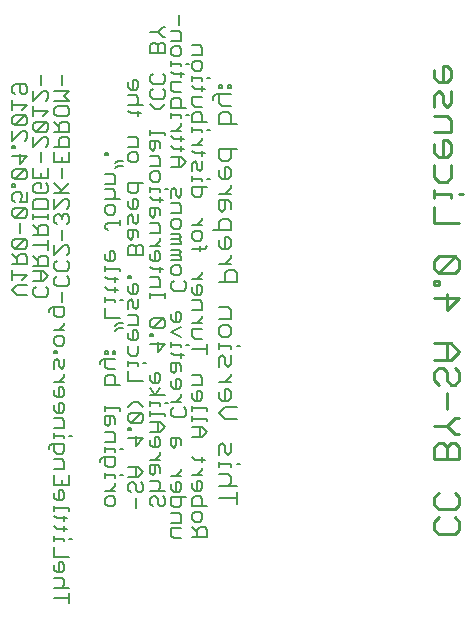
<source format=gbr>
G04 EAGLE Gerber RS-274X export*
G75*
%MOMM*%
%FSLAX34Y34*%
%LPD*%
%INSilkscreen Bottom*%
%IPPOS*%
%AMOC8*
5,1,8,0,0,1.08239X$1,22.5*%
G01*
%ADD10C,0.228600*%
%ADD11C,0.177800*%
%ADD12C,0.152400*%


D10*
X465343Y297228D02*
X468775Y293796D01*
X468775Y286932D01*
X465343Y283500D01*
X451615Y283500D01*
X448183Y286932D01*
X448183Y293796D01*
X451615Y297228D01*
X468775Y314845D02*
X465343Y318277D01*
X468775Y314845D02*
X468775Y307981D01*
X465343Y304549D01*
X451615Y304549D01*
X448183Y307981D01*
X448183Y314845D01*
X451615Y318277D01*
X448183Y346648D02*
X468775Y346648D01*
X468775Y356944D01*
X465343Y360375D01*
X461911Y360375D01*
X458479Y356944D01*
X455047Y360375D01*
X451615Y360375D01*
X448183Y356944D01*
X448183Y346648D01*
X458479Y346648D02*
X458479Y356944D01*
X465343Y367697D02*
X468775Y367697D01*
X465343Y367697D02*
X458479Y374561D01*
X465343Y381425D01*
X468775Y381425D01*
X458479Y374561D02*
X448183Y374561D01*
X458479Y388746D02*
X458479Y402474D01*
X468775Y420091D02*
X465343Y423523D01*
X468775Y420091D02*
X468775Y413227D01*
X465343Y409795D01*
X461911Y409795D01*
X458479Y413227D01*
X458479Y420091D01*
X455047Y423523D01*
X451615Y423523D01*
X448183Y420091D01*
X448183Y413227D01*
X451615Y409795D01*
X448183Y430845D02*
X461911Y430845D01*
X468775Y437708D01*
X461911Y444572D01*
X448183Y444572D01*
X458479Y444572D02*
X458479Y430845D01*
X448183Y483239D02*
X468775Y483239D01*
X458479Y472943D01*
X458479Y486671D01*
X451615Y493992D02*
X448183Y493992D01*
X451615Y493992D02*
X451615Y497424D01*
X448183Y497424D01*
X448183Y493992D01*
X451615Y504517D02*
X465343Y504517D01*
X468775Y507949D01*
X468775Y514812D01*
X465343Y518244D01*
X451615Y518244D01*
X448183Y514812D01*
X448183Y507949D01*
X451615Y504517D01*
X465343Y518244D01*
X468775Y546615D02*
X448183Y546615D01*
X448183Y560343D01*
X461911Y567664D02*
X461911Y571096D01*
X448183Y571096D01*
X448183Y567664D02*
X448183Y574528D01*
X468775Y571096D02*
X472207Y571096D01*
X461911Y585129D02*
X461911Y595425D01*
X461911Y585129D02*
X458479Y581697D01*
X451615Y581697D01*
X448183Y585129D01*
X448183Y595425D01*
X448183Y606178D02*
X448183Y613042D01*
X448183Y606178D02*
X451615Y602746D01*
X458479Y602746D01*
X461911Y606178D01*
X461911Y613042D01*
X458479Y616474D01*
X455047Y616474D01*
X455047Y602746D01*
X448183Y623795D02*
X461911Y623795D01*
X461911Y634091D01*
X458479Y637523D01*
X448183Y637523D01*
X448183Y644845D02*
X448183Y655140D01*
X451615Y658572D01*
X455047Y655140D01*
X455047Y648276D01*
X458479Y644845D01*
X461911Y648276D01*
X461911Y658572D01*
X448183Y669326D02*
X448183Y676190D01*
X448183Y669326D02*
X451615Y665894D01*
X458479Y665894D01*
X461911Y669326D01*
X461911Y676190D01*
X458479Y679621D01*
X455047Y679621D01*
X455047Y665894D01*
D11*
X281064Y313734D02*
X266065Y313734D01*
X281064Y308734D02*
X281064Y318733D01*
X281064Y324170D02*
X266065Y324170D01*
X273564Y324170D02*
X276064Y326670D01*
X276064Y331669D01*
X273564Y334169D01*
X266065Y334169D01*
X276064Y339606D02*
X276064Y342106D01*
X266065Y342106D01*
X266065Y339606D02*
X266065Y344606D01*
X281064Y342106D02*
X283564Y342106D01*
X266065Y349897D02*
X266065Y357396D01*
X268565Y359896D01*
X271065Y357396D01*
X271065Y352397D01*
X273564Y349897D01*
X276064Y352397D01*
X276064Y359896D01*
X281064Y380769D02*
X271065Y380769D01*
X266065Y385769D01*
X271065Y390768D01*
X281064Y390768D01*
X266065Y398705D02*
X266065Y403704D01*
X266065Y398705D02*
X268565Y396205D01*
X273564Y396205D01*
X276064Y398705D01*
X276064Y403704D01*
X273564Y406204D01*
X271065Y406204D01*
X271065Y396205D01*
X266065Y411641D02*
X276064Y411641D01*
X271065Y411641D02*
X276064Y416641D01*
X276064Y419140D01*
X266065Y424504D02*
X266065Y432004D01*
X268565Y434504D01*
X271065Y432004D01*
X271065Y427004D01*
X273564Y424504D01*
X276064Y427004D01*
X276064Y434504D01*
X276064Y439940D02*
X276064Y442440D01*
X266065Y442440D01*
X266065Y439940D02*
X266065Y444940D01*
X281064Y442440D02*
X283564Y442440D01*
X266065Y452731D02*
X266065Y457731D01*
X268565Y460230D01*
X273564Y460230D01*
X276064Y457731D01*
X276064Y452731D01*
X273564Y450231D01*
X268565Y450231D01*
X266065Y452731D01*
X266065Y465667D02*
X276064Y465667D01*
X276064Y473167D01*
X273564Y475666D01*
X266065Y475666D01*
X266065Y496539D02*
X281064Y496539D01*
X281064Y504039D01*
X278564Y506539D01*
X273564Y506539D01*
X271065Y504039D01*
X271065Y496539D01*
X266065Y511975D02*
X276064Y511975D01*
X271065Y511975D02*
X276064Y516975D01*
X276064Y519475D01*
X266065Y527339D02*
X266065Y532338D01*
X266065Y527339D02*
X268565Y524839D01*
X273564Y524839D01*
X276064Y527339D01*
X276064Y532338D01*
X273564Y534838D01*
X271065Y534838D01*
X271065Y524839D01*
X276064Y540275D02*
X261065Y540275D01*
X276064Y540275D02*
X276064Y547774D01*
X273564Y550274D01*
X268565Y550274D01*
X266065Y547774D01*
X266065Y540275D01*
X276064Y558211D02*
X276064Y563210D01*
X273564Y565710D01*
X266065Y565710D01*
X266065Y558211D01*
X268565Y555711D01*
X271065Y558211D01*
X271065Y565710D01*
X276064Y571147D02*
X266065Y571147D01*
X271065Y571147D02*
X276064Y576147D01*
X276064Y578646D01*
X266065Y586510D02*
X266065Y591510D01*
X266065Y586510D02*
X268565Y584010D01*
X273564Y584010D01*
X276064Y586510D01*
X276064Y591510D01*
X273564Y594010D01*
X271065Y594010D01*
X271065Y584010D01*
X266065Y609446D02*
X281064Y609446D01*
X266065Y609446D02*
X266065Y601946D01*
X268565Y599446D01*
X273564Y599446D01*
X276064Y601946D01*
X276064Y609446D01*
X281064Y630319D02*
X266065Y630319D01*
X266065Y637818D01*
X268565Y640318D01*
X273564Y640318D01*
X276064Y637818D01*
X276064Y630319D01*
X276064Y645755D02*
X268565Y645755D01*
X266065Y648254D01*
X266065Y655754D01*
X263565Y655754D02*
X276064Y655754D01*
X263565Y655754D02*
X261065Y653254D01*
X261065Y650754D01*
X276064Y661191D02*
X276064Y663690D01*
X273564Y663690D01*
X273564Y661191D01*
X276064Y661191D01*
X268565Y661191D02*
X268565Y663690D01*
X266065Y663690D01*
X266065Y661191D01*
X268565Y661191D01*
D12*
X255789Y280506D02*
X243078Y280506D01*
X255789Y280506D02*
X255789Y286862D01*
X253670Y288980D01*
X249433Y288980D01*
X247315Y286862D01*
X247315Y280506D01*
X247315Y284743D02*
X243078Y288980D01*
X243078Y295722D02*
X243078Y299959D01*
X245196Y302078D01*
X249433Y302078D01*
X251552Y299959D01*
X251552Y295722D01*
X249433Y293604D01*
X245196Y293604D01*
X243078Y295722D01*
X243078Y306701D02*
X255789Y306701D01*
X243078Y306701D02*
X243078Y313056D01*
X245196Y315175D01*
X249433Y315175D01*
X251552Y313056D01*
X251552Y306701D01*
X243078Y321917D02*
X243078Y326154D01*
X243078Y321917D02*
X245196Y319798D01*
X249433Y319798D01*
X251552Y321917D01*
X251552Y326154D01*
X249433Y328272D01*
X247315Y328272D01*
X247315Y319798D01*
X243078Y332895D02*
X251552Y332895D01*
X247315Y332895D02*
X251552Y337132D01*
X251552Y339251D01*
X253670Y345928D02*
X245196Y345928D01*
X243078Y348047D01*
X251552Y348047D02*
X251552Y343810D01*
X251552Y365639D02*
X243078Y365639D01*
X251552Y365639D02*
X255789Y369875D01*
X251552Y374112D01*
X243078Y374112D01*
X249433Y374112D02*
X249433Y365639D01*
X255789Y378736D02*
X255789Y380854D01*
X243078Y380854D01*
X243078Y378736D02*
X243078Y382973D01*
X255789Y387467D02*
X255789Y389586D01*
X243078Y389586D01*
X243078Y391704D02*
X243078Y387467D01*
X243078Y398317D02*
X243078Y402554D01*
X243078Y398317D02*
X245196Y396199D01*
X249433Y396199D01*
X251552Y398317D01*
X251552Y402554D01*
X249433Y404673D01*
X247315Y404673D01*
X247315Y396199D01*
X243078Y409296D02*
X251552Y409296D01*
X251552Y415651D01*
X249433Y417770D01*
X243078Y417770D01*
X243078Y439727D02*
X255789Y439727D01*
X255789Y435491D02*
X255789Y443964D01*
X251552Y448588D02*
X245196Y448588D01*
X243078Y450706D01*
X243078Y457062D01*
X251552Y457062D01*
X251552Y461685D02*
X243078Y461685D01*
X247315Y461685D02*
X251552Y465922D01*
X251552Y468040D01*
X251552Y472599D02*
X243078Y472599D01*
X251552Y472599D02*
X251552Y478955D01*
X249433Y481073D01*
X243078Y481073D01*
X243078Y487815D02*
X243078Y492052D01*
X243078Y487815D02*
X245196Y485697D01*
X249433Y485697D01*
X251552Y487815D01*
X251552Y492052D01*
X249433Y494171D01*
X247315Y494171D01*
X247315Y485697D01*
X243078Y498794D02*
X251552Y498794D01*
X247315Y498794D02*
X251552Y503031D01*
X251552Y505149D01*
X253670Y524924D02*
X243078Y524924D01*
X253670Y524924D02*
X255789Y527042D01*
X249433Y527042D02*
X249433Y522806D01*
X243078Y533655D02*
X243078Y537892D01*
X245196Y540011D01*
X249433Y540011D01*
X251552Y537892D01*
X251552Y533655D01*
X249433Y531537D01*
X245196Y531537D01*
X243078Y533655D01*
X243078Y544634D02*
X251552Y544634D01*
X247315Y544634D02*
X251552Y548871D01*
X251552Y550990D01*
X255789Y577120D02*
X243078Y577120D01*
X243078Y570764D01*
X245196Y568646D01*
X249433Y568646D01*
X251552Y570764D01*
X251552Y577120D01*
X251552Y581743D02*
X251552Y583862D01*
X243078Y583862D01*
X243078Y585980D02*
X243078Y581743D01*
X255789Y583862D02*
X257907Y583862D01*
X243078Y590475D02*
X243078Y596830D01*
X245196Y598949D01*
X247315Y596830D01*
X247315Y592593D01*
X249433Y590475D01*
X251552Y592593D01*
X251552Y598949D01*
X253670Y605690D02*
X245196Y605690D01*
X243078Y607809D01*
X251552Y607809D02*
X251552Y603572D01*
X251552Y612303D02*
X243078Y612303D01*
X247315Y612303D02*
X251552Y616540D01*
X251552Y618659D01*
X251552Y623218D02*
X251552Y625336D01*
X243078Y625336D01*
X243078Y623218D02*
X243078Y627455D01*
X255789Y625336D02*
X257907Y625336D01*
X255789Y631949D02*
X243078Y631949D01*
X243078Y638305D01*
X245196Y640423D01*
X249433Y640423D01*
X251552Y638305D01*
X251552Y631949D01*
X251552Y645047D02*
X245196Y645047D01*
X243078Y647165D01*
X243078Y653520D01*
X251552Y653520D01*
X253670Y660262D02*
X245196Y660262D01*
X243078Y662381D01*
X251552Y662381D02*
X251552Y658144D01*
X251552Y666875D02*
X251552Y668994D01*
X243078Y668994D01*
X243078Y671112D02*
X243078Y666875D01*
X255789Y668994D02*
X257907Y668994D01*
X243078Y677725D02*
X243078Y681962D01*
X245196Y684081D01*
X249433Y684081D01*
X251552Y681962D01*
X251552Y677725D01*
X249433Y675607D01*
X245196Y675607D01*
X243078Y677725D01*
X243078Y688704D02*
X251552Y688704D01*
X251552Y695059D01*
X249433Y697178D01*
X243078Y697178D01*
X233772Y279712D02*
X227416Y279712D01*
X225298Y281830D01*
X225298Y288186D01*
X233772Y288186D01*
X233772Y292809D02*
X225298Y292809D01*
X233772Y292809D02*
X233772Y299164D01*
X231653Y301283D01*
X225298Y301283D01*
X225298Y314380D02*
X238009Y314380D01*
X225298Y314380D02*
X225298Y308025D01*
X227416Y305906D01*
X231653Y305906D01*
X233772Y308025D01*
X233772Y314380D01*
X225298Y321122D02*
X225298Y325359D01*
X225298Y321122D02*
X227416Y319004D01*
X231653Y319004D01*
X233772Y321122D01*
X233772Y325359D01*
X231653Y327477D01*
X229535Y327477D01*
X229535Y319004D01*
X225298Y332101D02*
X233772Y332101D01*
X229535Y332101D02*
X233772Y336338D01*
X233772Y338456D01*
X233772Y358231D02*
X233772Y362468D01*
X231653Y364586D01*
X225298Y364586D01*
X225298Y358231D01*
X227416Y356112D01*
X229535Y358231D01*
X229535Y364586D01*
X238009Y388662D02*
X235890Y390781D01*
X238009Y388662D02*
X238009Y384425D01*
X235890Y382307D01*
X227416Y382307D01*
X225298Y384425D01*
X225298Y388662D01*
X227416Y390781D01*
X225298Y395404D02*
X233772Y395404D01*
X229535Y395404D02*
X233772Y399641D01*
X233772Y401760D01*
X225298Y408437D02*
X225298Y412674D01*
X225298Y408437D02*
X227416Y406319D01*
X231653Y406319D01*
X233772Y408437D01*
X233772Y412674D01*
X231653Y414792D01*
X229535Y414792D01*
X229535Y406319D01*
X233772Y421534D02*
X233772Y425771D01*
X231653Y427890D01*
X225298Y427890D01*
X225298Y421534D01*
X227416Y419416D01*
X229535Y421534D01*
X229535Y427890D01*
X227416Y434632D02*
X235890Y434632D01*
X227416Y434632D02*
X225298Y436750D01*
X233772Y436750D02*
X233772Y432513D01*
X233772Y441245D02*
X233772Y443363D01*
X225298Y443363D01*
X225298Y441245D02*
X225298Y445482D01*
X238009Y443363D02*
X240127Y443363D01*
X233772Y449976D02*
X225298Y454213D01*
X233772Y458450D01*
X225298Y465192D02*
X225298Y469429D01*
X225298Y465192D02*
X227416Y463073D01*
X231653Y463073D01*
X233772Y465192D01*
X233772Y469429D01*
X231653Y471547D01*
X229535Y471547D01*
X229535Y463073D01*
X238009Y495623D02*
X235890Y497742D01*
X238009Y495623D02*
X238009Y491386D01*
X235890Y489268D01*
X227416Y489268D01*
X225298Y491386D01*
X225298Y495623D01*
X227416Y497742D01*
X225298Y504484D02*
X225298Y508720D01*
X227416Y510839D01*
X231653Y510839D01*
X233772Y508720D01*
X233772Y504484D01*
X231653Y502365D01*
X227416Y502365D01*
X225298Y504484D01*
X225298Y515462D02*
X233772Y515462D01*
X233772Y517581D01*
X231653Y519699D01*
X225298Y519699D01*
X231653Y519699D02*
X233772Y521818D01*
X231653Y523936D01*
X225298Y523936D01*
X225298Y528560D02*
X233772Y528560D01*
X233772Y530678D01*
X231653Y532797D01*
X225298Y532797D01*
X231653Y532797D02*
X233772Y534915D01*
X231653Y537033D01*
X225298Y537033D01*
X225298Y543775D02*
X225298Y548012D01*
X227416Y550131D01*
X231653Y550131D01*
X233772Y548012D01*
X233772Y543775D01*
X231653Y541657D01*
X227416Y541657D01*
X225298Y543775D01*
X225298Y554754D02*
X233772Y554754D01*
X233772Y561109D01*
X231653Y563228D01*
X225298Y563228D01*
X225298Y567851D02*
X225298Y574207D01*
X227416Y576325D01*
X229535Y574207D01*
X229535Y569970D01*
X231653Y567851D01*
X233772Y569970D01*
X233772Y576325D01*
X233772Y594046D02*
X225298Y594046D01*
X233772Y594046D02*
X238009Y598283D01*
X233772Y602520D01*
X225298Y602520D01*
X231653Y602520D02*
X231653Y594046D01*
X235890Y609262D02*
X227416Y609262D01*
X225298Y611380D01*
X233772Y611380D02*
X233772Y607143D01*
X235890Y617993D02*
X227416Y617993D01*
X225298Y620112D01*
X233772Y620112D02*
X233772Y615875D01*
X233772Y624606D02*
X225298Y624606D01*
X229535Y624606D02*
X233772Y628843D01*
X233772Y630961D01*
X233772Y635520D02*
X233772Y637639D01*
X225298Y637639D01*
X225298Y639757D02*
X225298Y635520D01*
X238009Y637639D02*
X240127Y637639D01*
X238009Y644252D02*
X225298Y644252D01*
X225298Y650607D01*
X227416Y652726D01*
X231653Y652726D01*
X233772Y650607D01*
X233772Y644252D01*
X233772Y657349D02*
X227416Y657349D01*
X225298Y659468D01*
X225298Y665823D01*
X233772Y665823D01*
X235890Y672565D02*
X227416Y672565D01*
X225298Y674683D01*
X233772Y674683D02*
X233772Y670446D01*
X233772Y679178D02*
X233772Y681296D01*
X225298Y681296D01*
X225298Y679178D02*
X225298Y683415D01*
X238009Y681296D02*
X240127Y681296D01*
X225298Y690028D02*
X225298Y694265D01*
X227416Y696383D01*
X231653Y696383D01*
X233772Y694265D01*
X233772Y690028D01*
X231653Y687909D01*
X227416Y687909D01*
X225298Y690028D01*
X225298Y701007D02*
X233772Y701007D01*
X233772Y707362D01*
X231653Y709481D01*
X225298Y709481D01*
X231653Y714104D02*
X231653Y722578D01*
X218110Y315135D02*
X220229Y313016D01*
X220229Y308779D01*
X218110Y306661D01*
X215992Y306661D01*
X213873Y308779D01*
X213873Y313016D01*
X211755Y315135D01*
X209636Y315135D01*
X207518Y313016D01*
X207518Y308779D01*
X209636Y306661D01*
X207518Y319758D02*
X220229Y319758D01*
X215992Y321876D02*
X213873Y319758D01*
X215992Y321876D02*
X215992Y326113D01*
X213873Y328232D01*
X207518Y328232D01*
X215992Y334974D02*
X215992Y339211D01*
X213873Y341329D01*
X207518Y341329D01*
X207518Y334974D01*
X209636Y332855D01*
X211755Y334974D01*
X211755Y341329D01*
X207518Y345953D02*
X215992Y345953D01*
X215992Y350189D02*
X211755Y345953D01*
X215992Y350189D02*
X215992Y352308D01*
X207518Y358985D02*
X207518Y363222D01*
X207518Y358985D02*
X209636Y356867D01*
X213873Y356867D01*
X215992Y358985D01*
X215992Y363222D01*
X213873Y365341D01*
X211755Y365341D01*
X211755Y356867D01*
X207518Y369964D02*
X215992Y369964D01*
X220229Y374201D01*
X215992Y378438D01*
X207518Y378438D01*
X213873Y378438D02*
X213873Y369964D01*
X220229Y383061D02*
X220229Y385180D01*
X207518Y385180D01*
X207518Y387298D02*
X207518Y383061D01*
X215992Y391793D02*
X215992Y393911D01*
X207518Y393911D01*
X207518Y391793D02*
X207518Y396030D01*
X220229Y393911D02*
X222347Y393911D01*
X220229Y400524D02*
X207518Y400524D01*
X211755Y400524D02*
X207518Y406880D01*
X211755Y400524D02*
X215992Y406880D01*
X207518Y413557D02*
X207518Y417794D01*
X207518Y413557D02*
X209636Y411439D01*
X213873Y411439D01*
X215992Y413557D01*
X215992Y417794D01*
X213873Y419913D01*
X211755Y419913D01*
X211755Y411439D01*
X207518Y443989D02*
X220229Y443989D01*
X213873Y437633D01*
X213873Y446107D01*
X209636Y450731D02*
X207518Y450731D01*
X209636Y450731D02*
X209636Y452849D01*
X207518Y452849D01*
X207518Y450731D01*
X209636Y457279D02*
X218110Y457279D01*
X220229Y459398D01*
X220229Y463635D01*
X218110Y465753D01*
X209636Y465753D01*
X207518Y463635D01*
X207518Y459398D01*
X209636Y457279D01*
X218110Y465753D01*
X207518Y483474D02*
X207518Y487711D01*
X207518Y485592D02*
X220229Y485592D01*
X220229Y483474D02*
X220229Y487711D01*
X215992Y492205D02*
X207518Y492205D01*
X215992Y492205D02*
X215992Y498561D01*
X213873Y500679D01*
X207518Y500679D01*
X209636Y507421D02*
X218110Y507421D01*
X209636Y507421D02*
X207518Y509539D01*
X215992Y509539D02*
X215992Y505302D01*
X207518Y516152D02*
X207518Y520389D01*
X207518Y516152D02*
X209636Y514034D01*
X213873Y514034D01*
X215992Y516152D01*
X215992Y520389D01*
X213873Y522508D01*
X211755Y522508D01*
X211755Y514034D01*
X207518Y527131D02*
X215992Y527131D01*
X211755Y527131D02*
X215992Y531368D01*
X215992Y533487D01*
X215992Y538046D02*
X207518Y538046D01*
X215992Y538046D02*
X215992Y544401D01*
X213873Y546519D01*
X207518Y546519D01*
X215992Y553261D02*
X215992Y557498D01*
X213873Y559617D01*
X207518Y559617D01*
X207518Y553261D01*
X209636Y551143D01*
X211755Y553261D01*
X211755Y559617D01*
X209636Y566358D02*
X218110Y566358D01*
X209636Y566358D02*
X207518Y568477D01*
X215992Y568477D02*
X215992Y564240D01*
X215992Y572972D02*
X215992Y575090D01*
X207518Y575090D01*
X207518Y572972D02*
X207518Y577208D01*
X220229Y575090D02*
X222347Y575090D01*
X207518Y583821D02*
X207518Y588058D01*
X209636Y590177D01*
X213873Y590177D01*
X215992Y588058D01*
X215992Y583821D01*
X213873Y581703D01*
X209636Y581703D01*
X207518Y583821D01*
X207518Y594800D02*
X215992Y594800D01*
X215992Y601156D01*
X213873Y603274D01*
X207518Y603274D01*
X215992Y610016D02*
X215992Y614253D01*
X213873Y616371D01*
X207518Y616371D01*
X207518Y610016D01*
X209636Y607898D01*
X211755Y610016D01*
X211755Y616371D01*
X220229Y620995D02*
X220229Y623113D01*
X207518Y623113D01*
X207518Y620995D02*
X207518Y625232D01*
X211755Y642824D02*
X207518Y647060D01*
X211755Y642824D02*
X215992Y642824D01*
X220229Y647060D01*
X220229Y657910D02*
X218110Y660029D01*
X220229Y657910D02*
X220229Y653673D01*
X218110Y651555D01*
X209636Y651555D01*
X207518Y653673D01*
X207518Y657910D01*
X209636Y660029D01*
X220229Y671008D02*
X218110Y673126D01*
X220229Y671008D02*
X220229Y666771D01*
X218110Y664652D01*
X209636Y664652D01*
X207518Y666771D01*
X207518Y671008D01*
X209636Y673126D01*
X207518Y690847D02*
X220229Y690847D01*
X220229Y697202D01*
X218110Y699321D01*
X215992Y699321D01*
X213873Y697202D01*
X211755Y699321D01*
X209636Y699321D01*
X207518Y697202D01*
X207518Y690847D01*
X213873Y690847D02*
X213873Y697202D01*
X218110Y703944D02*
X220229Y703944D01*
X218110Y703944D02*
X213873Y708181D01*
X218110Y712418D01*
X220229Y712418D01*
X213873Y708181D02*
X207518Y708181D01*
X195077Y314036D02*
X195077Y305562D01*
X201433Y325015D02*
X199314Y327133D01*
X201433Y325015D02*
X201433Y320778D01*
X199314Y318659D01*
X197196Y318659D01*
X195077Y320778D01*
X195077Y325015D01*
X192959Y327133D01*
X190840Y327133D01*
X188722Y325015D01*
X188722Y320778D01*
X190840Y318659D01*
X188722Y331757D02*
X197196Y331757D01*
X201433Y335993D01*
X197196Y340230D01*
X188722Y340230D01*
X195077Y340230D02*
X195077Y331757D01*
X188722Y364306D02*
X201433Y364306D01*
X195077Y357951D01*
X195077Y366425D01*
X190840Y371048D02*
X188722Y371048D01*
X190840Y371048D02*
X190840Y373167D01*
X188722Y373167D01*
X188722Y371048D01*
X190840Y377597D02*
X199314Y377597D01*
X201433Y379715D01*
X201433Y383952D01*
X199314Y386071D01*
X190840Y386071D01*
X188722Y383952D01*
X188722Y379715D01*
X190840Y377597D01*
X199314Y386071D01*
X192959Y394931D02*
X188722Y390694D01*
X192959Y394931D02*
X197196Y394931D01*
X201433Y390694D01*
X201433Y412523D02*
X188722Y412523D01*
X188722Y420997D01*
X197196Y425620D02*
X197196Y427739D01*
X188722Y427739D01*
X188722Y429857D02*
X188722Y425620D01*
X201433Y427739D02*
X203551Y427739D01*
X197196Y436470D02*
X197196Y442826D01*
X197196Y436470D02*
X195077Y434352D01*
X190840Y434352D01*
X188722Y436470D01*
X188722Y442826D01*
X188722Y449567D02*
X188722Y453804D01*
X188722Y449567D02*
X190840Y447449D01*
X195077Y447449D01*
X197196Y449567D01*
X197196Y453804D01*
X195077Y455923D01*
X192959Y455923D01*
X192959Y447449D01*
X188722Y460546D02*
X197196Y460546D01*
X197196Y466902D01*
X195077Y469020D01*
X188722Y469020D01*
X188722Y473643D02*
X188722Y479999D01*
X190840Y482117D01*
X192959Y479999D01*
X192959Y475762D01*
X195077Y473643D01*
X197196Y475762D01*
X197196Y482117D01*
X188722Y488859D02*
X188722Y493096D01*
X188722Y488859D02*
X190840Y486741D01*
X195077Y486741D01*
X197196Y488859D01*
X197196Y493096D01*
X195077Y495215D01*
X192959Y495215D01*
X192959Y486741D01*
X190840Y499838D02*
X188722Y499838D01*
X190840Y499838D02*
X190840Y501956D01*
X188722Y501956D01*
X188722Y499838D01*
X188722Y519484D02*
X201433Y519484D01*
X201433Y525839D01*
X199314Y527958D01*
X197196Y527958D01*
X195077Y525839D01*
X192959Y527958D01*
X190840Y527958D01*
X188722Y525839D01*
X188722Y519484D01*
X195077Y519484D02*
X195077Y525839D01*
X197196Y534699D02*
X197196Y538936D01*
X195077Y541055D01*
X188722Y541055D01*
X188722Y534699D01*
X190840Y532581D01*
X192959Y534699D01*
X192959Y541055D01*
X188722Y545678D02*
X188722Y552034D01*
X190840Y554152D01*
X192959Y552034D01*
X192959Y547797D01*
X195077Y545678D01*
X197196Y547797D01*
X197196Y554152D01*
X188722Y560894D02*
X188722Y565131D01*
X188722Y560894D02*
X190840Y558776D01*
X195077Y558776D01*
X197196Y560894D01*
X197196Y565131D01*
X195077Y567249D01*
X192959Y567249D01*
X192959Y558776D01*
X188722Y580347D02*
X201433Y580347D01*
X188722Y580347D02*
X188722Y573991D01*
X190840Y571873D01*
X195077Y571873D01*
X197196Y573991D01*
X197196Y580347D01*
X188722Y600186D02*
X188722Y604423D01*
X190840Y606541D01*
X195077Y606541D01*
X197196Y604423D01*
X197196Y600186D01*
X195077Y598067D01*
X190840Y598067D01*
X188722Y600186D01*
X188722Y611165D02*
X197196Y611165D01*
X197196Y617520D01*
X195077Y619638D01*
X188722Y619638D01*
X190840Y639477D02*
X199314Y639477D01*
X190840Y639477D02*
X188722Y641596D01*
X197196Y641596D02*
X197196Y637359D01*
X201433Y646091D02*
X188722Y646091D01*
X195077Y646091D02*
X197196Y648209D01*
X197196Y652446D01*
X195077Y654564D01*
X188722Y654564D01*
X188722Y661306D02*
X188722Y665543D01*
X188722Y661306D02*
X190840Y659188D01*
X195077Y659188D01*
X197196Y661306D01*
X197196Y665543D01*
X195077Y667662D01*
X192959Y667662D01*
X192959Y659188D01*
X169418Y313297D02*
X169418Y309060D01*
X169418Y313297D02*
X171536Y315416D01*
X175773Y315416D01*
X177892Y313297D01*
X177892Y309060D01*
X175773Y306942D01*
X171536Y306942D01*
X169418Y309060D01*
X169418Y320039D02*
X177892Y320039D01*
X173655Y320039D02*
X177892Y324276D01*
X177892Y326395D01*
X177892Y330953D02*
X177892Y333072D01*
X169418Y333072D01*
X169418Y335190D02*
X169418Y330953D01*
X182129Y333072D02*
X184247Y333072D01*
X165181Y343922D02*
X165181Y346040D01*
X167300Y348159D01*
X177892Y348159D01*
X177892Y341803D01*
X175773Y339685D01*
X171536Y339685D01*
X169418Y341803D01*
X169418Y348159D01*
X177892Y352782D02*
X177892Y354901D01*
X169418Y354901D01*
X169418Y357019D02*
X169418Y352782D01*
X182129Y354901D02*
X184247Y354901D01*
X177892Y361514D02*
X169418Y361514D01*
X177892Y361514D02*
X177892Y367869D01*
X175773Y369988D01*
X169418Y369988D01*
X177892Y376729D02*
X177892Y380966D01*
X175773Y383085D01*
X169418Y383085D01*
X169418Y376729D01*
X171536Y374611D01*
X173655Y376729D01*
X173655Y383085D01*
X182129Y387708D02*
X182129Y389827D01*
X169418Y389827D01*
X169418Y391945D02*
X169418Y387708D01*
X169418Y409537D02*
X182129Y409537D01*
X169418Y409537D02*
X169418Y415892D01*
X171536Y418011D01*
X175773Y418011D01*
X177892Y415892D01*
X177892Y409537D01*
X177892Y422634D02*
X171536Y422634D01*
X169418Y424753D01*
X169418Y431108D01*
X167300Y431108D02*
X177892Y431108D01*
X167300Y431108D02*
X165181Y428990D01*
X165181Y426871D01*
X177892Y435731D02*
X177892Y437850D01*
X175773Y437850D01*
X175773Y435731D01*
X177892Y435731D01*
X171536Y435731D02*
X171536Y437850D01*
X169418Y437850D01*
X169418Y435731D01*
X171536Y435731D01*
X180010Y457496D02*
X184247Y457496D01*
X180010Y457496D02*
X177892Y455377D01*
X180010Y461733D02*
X184247Y461733D01*
X180010Y461733D02*
X177892Y459614D01*
X182129Y466292D02*
X169418Y466292D01*
X169418Y474766D01*
X177892Y479389D02*
X177892Y481507D01*
X169418Y481507D01*
X169418Y479389D02*
X169418Y483626D01*
X182129Y481507D02*
X184247Y481507D01*
X180010Y490239D02*
X171536Y490239D01*
X169418Y492357D01*
X177892Y492357D02*
X177892Y488120D01*
X180010Y498970D02*
X171536Y498970D01*
X169418Y501089D01*
X177892Y501089D02*
X177892Y496852D01*
X182129Y505583D02*
X182129Y507702D01*
X169418Y507702D01*
X169418Y509820D02*
X169418Y505583D01*
X169418Y516433D02*
X169418Y520670D01*
X169418Y516433D02*
X171536Y514315D01*
X175773Y514315D01*
X177892Y516433D01*
X177892Y520670D01*
X175773Y522789D01*
X173655Y522789D01*
X173655Y514315D01*
X171536Y540509D02*
X169418Y542628D01*
X169418Y544746D01*
X171536Y546865D01*
X182129Y546865D01*
X182129Y548983D02*
X182129Y544746D01*
X169418Y555725D02*
X169418Y559962D01*
X171536Y562081D01*
X175773Y562081D01*
X177892Y559962D01*
X177892Y555725D01*
X175773Y553607D01*
X171536Y553607D01*
X169418Y555725D01*
X169418Y566704D02*
X182129Y566704D01*
X177892Y568822D02*
X175773Y566704D01*
X177892Y568822D02*
X177892Y573059D01*
X175773Y575178D01*
X169418Y575178D01*
X169418Y579801D02*
X177892Y579801D01*
X177892Y586157D01*
X175773Y588275D01*
X169418Y588275D01*
X180010Y595017D02*
X184247Y595017D01*
X180010Y595017D02*
X177892Y592898D01*
X180010Y599254D02*
X184247Y599254D01*
X180010Y599254D02*
X177892Y597135D01*
X171536Y603813D02*
X169418Y603813D01*
X171536Y603813D02*
X171536Y605931D01*
X169418Y605931D01*
X169418Y603813D01*
X138949Y228783D02*
X126238Y228783D01*
X138949Y224546D02*
X138949Y233020D01*
X138949Y237643D02*
X126238Y237643D01*
X132593Y237643D02*
X134712Y239762D01*
X134712Y243999D01*
X132593Y246117D01*
X126238Y246117D01*
X126238Y252859D02*
X126238Y257096D01*
X126238Y252859D02*
X128356Y250741D01*
X132593Y250741D01*
X134712Y252859D01*
X134712Y257096D01*
X132593Y259214D01*
X130475Y259214D01*
X130475Y250741D01*
X126238Y263838D02*
X138949Y263838D01*
X126238Y263838D02*
X126238Y272312D01*
X134712Y276935D02*
X134712Y279054D01*
X126238Y279054D01*
X126238Y281172D02*
X126238Y276935D01*
X138949Y279054D02*
X141067Y279054D01*
X136830Y287785D02*
X128356Y287785D01*
X126238Y289904D01*
X134712Y289904D02*
X134712Y285667D01*
X136830Y296517D02*
X128356Y296517D01*
X126238Y298635D01*
X134712Y298635D02*
X134712Y294398D01*
X138949Y303130D02*
X138949Y305248D01*
X126238Y305248D01*
X126238Y303130D02*
X126238Y307367D01*
X126238Y313980D02*
X126238Y318216D01*
X126238Y313980D02*
X128356Y311861D01*
X132593Y311861D01*
X134712Y313980D01*
X134712Y318216D01*
X132593Y320335D01*
X130475Y320335D01*
X130475Y311861D01*
X138949Y324958D02*
X138949Y333432D01*
X138949Y324958D02*
X126238Y324958D01*
X126238Y333432D01*
X132593Y329195D02*
X132593Y324958D01*
X134712Y338056D02*
X126238Y338056D01*
X134712Y338056D02*
X134712Y344411D01*
X132593Y346529D01*
X126238Y346529D01*
X122001Y355390D02*
X122001Y357508D01*
X124120Y359627D01*
X134712Y359627D01*
X134712Y353271D01*
X132593Y351153D01*
X128356Y351153D01*
X126238Y353271D01*
X126238Y359627D01*
X134712Y364250D02*
X134712Y366369D01*
X126238Y366369D01*
X126238Y368487D02*
X126238Y364250D01*
X138949Y366369D02*
X141067Y366369D01*
X134712Y372982D02*
X126238Y372982D01*
X134712Y372982D02*
X134712Y379337D01*
X132593Y381455D01*
X126238Y381455D01*
X126238Y388197D02*
X126238Y392434D01*
X126238Y388197D02*
X128356Y386079D01*
X132593Y386079D01*
X134712Y388197D01*
X134712Y392434D01*
X132593Y394553D01*
X130475Y394553D01*
X130475Y386079D01*
X126238Y401295D02*
X126238Y405531D01*
X126238Y401295D02*
X128356Y399176D01*
X132593Y399176D01*
X134712Y401295D01*
X134712Y405531D01*
X132593Y407650D01*
X130475Y407650D01*
X130475Y399176D01*
X126238Y412273D02*
X134712Y412273D01*
X130475Y412273D02*
X134712Y416510D01*
X134712Y418629D01*
X126238Y423188D02*
X126238Y429543D01*
X128356Y431662D01*
X130475Y429543D01*
X130475Y425306D01*
X132593Y423188D01*
X134712Y425306D01*
X134712Y431662D01*
X128356Y436285D02*
X126238Y436285D01*
X128356Y436285D02*
X128356Y438403D01*
X126238Y438403D01*
X126238Y436285D01*
X126238Y444952D02*
X126238Y449189D01*
X128356Y451307D01*
X132593Y451307D01*
X134712Y449189D01*
X134712Y444952D01*
X132593Y442834D01*
X128356Y442834D01*
X126238Y444952D01*
X126238Y455931D02*
X134712Y455931D01*
X130475Y455931D02*
X134712Y460168D01*
X134712Y462286D01*
X122001Y471082D02*
X122001Y473201D01*
X124120Y475319D01*
X134712Y475319D01*
X134712Y468964D01*
X132593Y466845D01*
X128356Y466845D01*
X126238Y468964D01*
X126238Y475319D01*
X132593Y479942D02*
X132593Y488416D01*
X138949Y499395D02*
X136830Y501514D01*
X138949Y499395D02*
X138949Y495158D01*
X136830Y493040D01*
X128356Y493040D01*
X126238Y495158D01*
X126238Y499395D01*
X128356Y501514D01*
X138949Y512492D02*
X136830Y514611D01*
X138949Y512492D02*
X138949Y508255D01*
X136830Y506137D01*
X128356Y506137D01*
X126238Y508255D01*
X126238Y512492D01*
X128356Y514611D01*
X126238Y519234D02*
X126238Y527708D01*
X126238Y519234D02*
X134712Y527708D01*
X136830Y527708D01*
X138949Y525590D01*
X138949Y521353D01*
X136830Y519234D01*
X132593Y532331D02*
X132593Y540805D01*
X136830Y545429D02*
X138949Y547547D01*
X138949Y551784D01*
X136830Y553903D01*
X134712Y553903D01*
X132593Y551784D01*
X132593Y549666D01*
X132593Y551784D02*
X130475Y553903D01*
X128356Y553903D01*
X126238Y551784D01*
X126238Y547547D01*
X128356Y545429D01*
X126238Y558526D02*
X126238Y567000D01*
X126238Y558526D02*
X134712Y567000D01*
X136830Y567000D01*
X138949Y564881D01*
X138949Y560644D01*
X136830Y558526D01*
X138949Y571623D02*
X126238Y571623D01*
X130475Y571623D02*
X138949Y580097D01*
X132593Y573742D02*
X126238Y580097D01*
X132593Y584720D02*
X132593Y593194D01*
X138949Y597818D02*
X138949Y606292D01*
X138949Y597818D02*
X126238Y597818D01*
X126238Y606292D01*
X132593Y602055D02*
X132593Y597818D01*
X126238Y610915D02*
X138949Y610915D01*
X138949Y617270D01*
X136830Y619389D01*
X132593Y619389D01*
X130475Y617270D01*
X130475Y610915D01*
X126238Y624012D02*
X138949Y624012D01*
X138949Y630368D01*
X136830Y632486D01*
X132593Y632486D01*
X130475Y630368D01*
X130475Y624012D01*
X130475Y628249D02*
X126238Y632486D01*
X138949Y639228D02*
X138949Y643465D01*
X138949Y639228D02*
X136830Y637109D01*
X128356Y637109D01*
X126238Y639228D01*
X126238Y643465D01*
X128356Y645583D01*
X136830Y645583D01*
X138949Y643465D01*
X138949Y650207D02*
X126238Y650207D01*
X134712Y654444D02*
X138949Y650207D01*
X134712Y654444D02*
X138949Y658681D01*
X126238Y658681D01*
X132593Y663304D02*
X132593Y671778D01*
X119050Y492783D02*
X121169Y490664D01*
X121169Y486427D01*
X119050Y484309D01*
X110576Y484309D01*
X108458Y486427D01*
X108458Y490664D01*
X110576Y492783D01*
X108458Y497406D02*
X116932Y497406D01*
X121169Y501643D01*
X116932Y505880D01*
X108458Y505880D01*
X114813Y505880D02*
X114813Y497406D01*
X108458Y510503D02*
X121169Y510503D01*
X121169Y516859D01*
X119050Y518977D01*
X114813Y518977D01*
X112695Y516859D01*
X112695Y510503D01*
X112695Y514740D02*
X108458Y518977D01*
X108458Y527837D02*
X121169Y527837D01*
X121169Y523600D02*
X121169Y532074D01*
X121169Y536698D02*
X108458Y536698D01*
X121169Y536698D02*
X121169Y543053D01*
X119050Y545172D01*
X114813Y545172D01*
X112695Y543053D01*
X112695Y536698D01*
X112695Y540935D02*
X108458Y545172D01*
X108458Y549795D02*
X108458Y554032D01*
X108458Y551913D02*
X121169Y551913D01*
X121169Y549795D02*
X121169Y554032D01*
X121169Y558526D02*
X108458Y558526D01*
X108458Y564882D01*
X110576Y567000D01*
X119050Y567000D01*
X121169Y564882D01*
X121169Y558526D01*
X121169Y577979D02*
X119050Y580098D01*
X121169Y577979D02*
X121169Y573742D01*
X119050Y571624D01*
X110576Y571624D01*
X108458Y573742D01*
X108458Y577979D01*
X110576Y580098D01*
X114813Y580098D01*
X114813Y575861D01*
X121169Y584721D02*
X121169Y593195D01*
X121169Y584721D02*
X108458Y584721D01*
X108458Y593195D01*
X114813Y588958D02*
X114813Y584721D01*
X114813Y597818D02*
X114813Y606292D01*
X108458Y610915D02*
X108458Y619389D01*
X108458Y610915D02*
X116932Y619389D01*
X119050Y619389D01*
X121169Y617271D01*
X121169Y613034D01*
X119050Y610915D01*
X119050Y624013D02*
X110576Y624013D01*
X119050Y624013D02*
X121169Y626131D01*
X121169Y630368D01*
X119050Y632487D01*
X110576Y632487D01*
X108458Y630368D01*
X108458Y626131D01*
X110576Y624013D01*
X119050Y632487D01*
X116932Y637110D02*
X121169Y641347D01*
X108458Y641347D01*
X108458Y637110D02*
X108458Y645584D01*
X108458Y650207D02*
X108458Y658681D01*
X108458Y650207D02*
X116932Y658681D01*
X119050Y658681D01*
X121169Y656563D01*
X121169Y652326D01*
X119050Y650207D01*
X114813Y663304D02*
X114813Y671778D01*
X103389Y485420D02*
X94915Y485420D01*
X90678Y489657D01*
X94915Y493894D01*
X103389Y493894D01*
X99152Y498517D02*
X103389Y502754D01*
X90678Y502754D01*
X90678Y498517D02*
X90678Y506991D01*
X90678Y511615D02*
X103389Y511615D01*
X103389Y517970D01*
X101270Y520089D01*
X97033Y520089D01*
X94915Y517970D01*
X94915Y511615D01*
X94915Y515852D02*
X90678Y520089D01*
X92796Y524712D02*
X101270Y524712D01*
X103389Y526830D01*
X103389Y531067D01*
X101270Y533186D01*
X92796Y533186D01*
X90678Y531067D01*
X90678Y526830D01*
X92796Y524712D01*
X101270Y533186D01*
X97033Y537809D02*
X97033Y546283D01*
X92796Y550906D02*
X101270Y550906D01*
X103389Y553025D01*
X103389Y557262D01*
X101270Y559380D01*
X92796Y559380D01*
X90678Y557262D01*
X90678Y553025D01*
X92796Y550906D01*
X101270Y559380D01*
X103389Y564004D02*
X103389Y572478D01*
X103389Y564004D02*
X97033Y564004D01*
X99152Y568241D01*
X99152Y570359D01*
X97033Y572478D01*
X92796Y572478D01*
X90678Y570359D01*
X90678Y566122D01*
X92796Y564004D01*
X92796Y577101D02*
X90678Y577101D01*
X92796Y577101D02*
X92796Y579219D01*
X90678Y579219D01*
X90678Y577101D01*
X92796Y583650D02*
X101270Y583650D01*
X103389Y585768D01*
X103389Y590005D01*
X101270Y592123D01*
X92796Y592123D01*
X90678Y590005D01*
X90678Y585768D01*
X92796Y583650D01*
X101270Y592123D01*
X103389Y603102D02*
X90678Y603102D01*
X97033Y596747D02*
X103389Y603102D01*
X97033Y605221D02*
X97033Y596747D01*
X92796Y609844D02*
X90678Y609844D01*
X92796Y609844D02*
X92796Y611963D01*
X90678Y611963D01*
X90678Y609844D01*
X90678Y616393D02*
X90678Y624867D01*
X90678Y616393D02*
X99152Y624867D01*
X101270Y624867D01*
X103389Y622748D01*
X103389Y618511D01*
X101270Y616393D01*
X101270Y629490D02*
X92796Y629490D01*
X101270Y629490D02*
X103389Y631608D01*
X103389Y635845D01*
X101270Y637964D01*
X92796Y637964D01*
X90678Y635845D01*
X90678Y631608D01*
X92796Y629490D01*
X101270Y637964D01*
X99152Y642587D02*
X103389Y646824D01*
X90678Y646824D01*
X90678Y642587D02*
X90678Y651061D01*
X92796Y655684D02*
X90678Y657803D01*
X90678Y662040D01*
X92796Y664158D01*
X101270Y664158D01*
X103389Y662040D01*
X103389Y657803D01*
X101270Y655684D01*
X99152Y655684D01*
X97033Y657803D01*
X97033Y664158D01*
M02*

</source>
